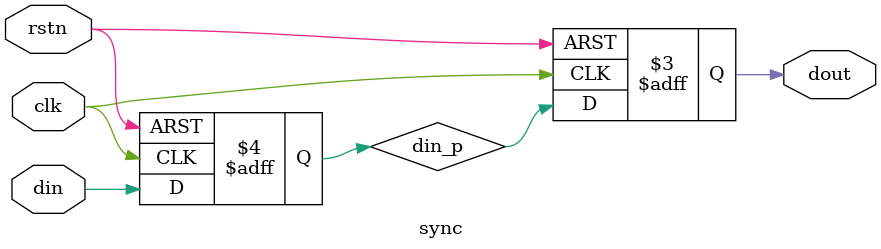
<source format=v>

module sync(clk, rstn, din, dout);

input clk;
input rstn;
input din;
output dout;

reg din_p;
reg dout;


always @(posedge clk or negedge rstn)
begin
  if (~rstn)
  begin
    dout <= 1'b0;
    din_p <= 1'b0;    
  end
  else
  begin
    din_p <= din;
    dout <= din_p;  
  end
end

endmodule


</source>
